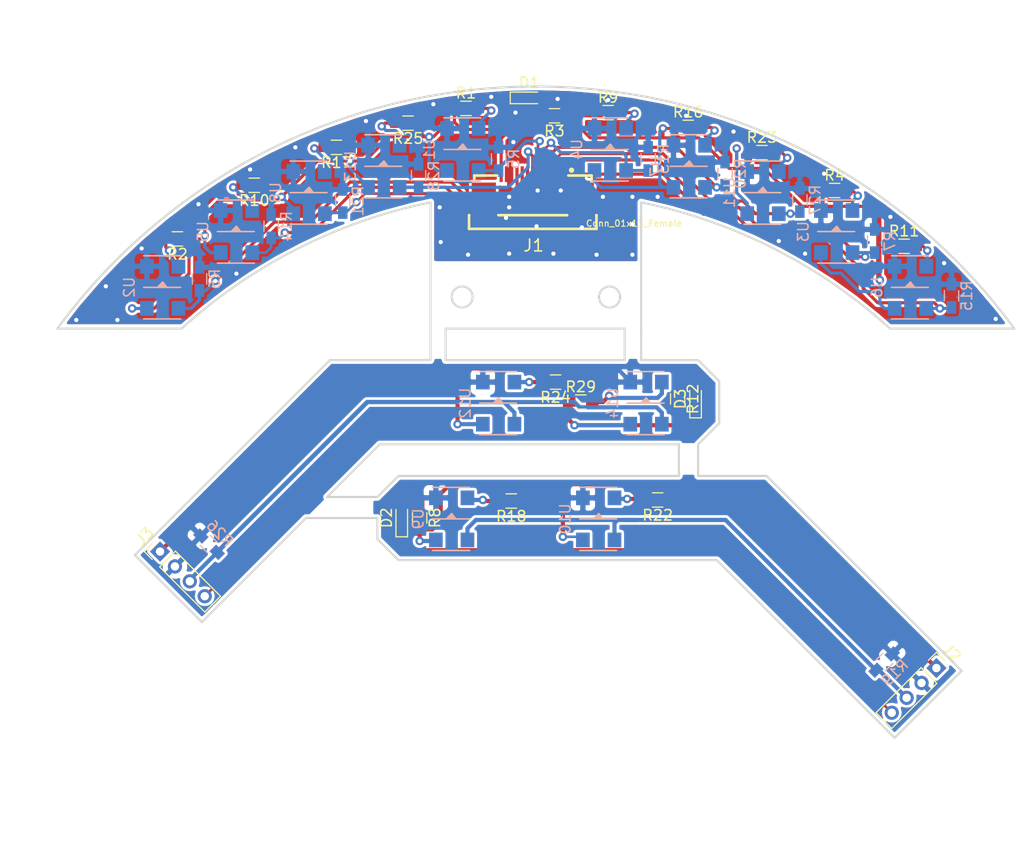
<source format=kicad_pcb>
(kicad_pcb (version 20171130) (host pcbnew "(5.0.0)")
  (layers (0 F.Cu signal) (31 B.Cu signal) (34 B.Paste user) (35 F.Paste user) (36 B.SilkS user) (37 F.SilkS user) (38 B.Mask user) (39 F.Mask user) (44 Edge.Cuts user))
  (net 0 "")
  (net 1 GND)
  (net 2 "Net-(D1-Pad2)")
  (net 3 left_led)
  (net 4 "Net-(D2-Pad2)")
  (net 5 "Net-(D3-Pad2)")
  (net 6 right_led)
  (net 7 +3V3)
  (net 8 AD0)
  (net 9 AD1)
  (net 10 AD2)
  (net 11 AD3)
  (net 12 AD5)
  (net 13 AD6)
  (net 14 AD4)
  (net 15 AD7)
  (net 16 AD8)
  (net 17 AD9)
  (net 18 LEFT_VCC)
  (net 19 LEFT_GND)
  (net 20 left_analog)
  (net 21 right_analog)
  (net 22 RIGHT_GND)
  (net 23 RIGHT_VCC)
  (net 24 "Net-(R1-Pad2)")
  (net 25 "Net-(R2-Pad2)")
  (net 26 "Net-(R4-Pad2)")
  (net 27 "Net-(R9-Pad2)")
  (net 28 "Net-(R10-Pad2)")
  (net 29 "Net-(R11-Pad2)")
  (net 30 "Net-(R16-Pad2)")
  (net 31 "Net-(R17-Pad2)")
  (net 32 "Net-(R18-Pad2)")
  (net 33 "Net-(R22-Pad2)")
  (net 34 "Net-(R23-Pad2)")
  (net 35 "Net-(R24-Pad2)")
  (net 36 "Net-(R25-Pad2)")
  (net 37 "Net-(R29-Pad2)")
  (module Resistors_SMD:R_0603_HandSoldering (layer F.Cu) (at 121.1 83.5 180)
    (fp_text reference R18 (at 0 -1.45 180) (layer F.SilkS))
    (fp_text value 330)
    (pad 2 smd rect (at 1.1 0 180) (size 1.2 0.9) (layers F.Cu F.Paste F.Mask) (net 32 "Net-(R18-Pad2)"))
    (pad 1 smd rect (at -1.1 0 180) (size 1.2 0.9) (layers F.Cu F.Paste F.Mask) (net 18 LEFT_VCC))
  )
  (module LEDs:LED_0603_HandSoldering (layer F.Cu) (at 122.8 45.2)
    (fp_text reference D1 (at 0 -1.45) (layer F.SilkS))
    (fp_text value LED)
    (pad 1 smd rect (at -1.1 0) (size 1.2 0.9) (layers F.Cu F.Paste F.Mask) (net 1 GND))
    (pad 2 smd rect (at 1.1 0) (size 1.2 0.9) (layers F.Cu F.Paste F.Mask) (net 2 "Net-(D1-Pad2)"))
  )
  (module LEDs:LED_0603_HandSoldering (layer F.Cu) (at 110.7 85.1 90)
    (fp_text reference D2 (at 0 -1.45 90) (layer F.SilkS))
    (fp_text value LED)
    (pad 1 smd rect (at -1.1 0 90) (size 1.2 0.9) (layers F.Cu F.Paste F.Mask) (net 3 left_led))
    (pad 2 smd rect (at 1.1 0 90) (size 1.2 0.9) (layers F.Cu F.Paste F.Mask) (net 4 "Net-(D2-Pad2)"))
  )
  (module LEDs:LED_0603_HandSoldering (layer F.Cu) (at 138.6 73.8 90)
    (fp_text reference D3 (at 0 -1.45 90) (layer F.SilkS))
    (fp_text value LED)
    (pad 2 smd rect (at 1.1 0 90) (size 1.2 0.9) (layers F.Cu F.Paste F.Mask) (net 5 "Net-(D3-Pad2)"))
    (pad 1 smd rect (at -1.1 0 90) (size 1.2 0.9) (layers F.Cu F.Paste F.Mask) (net 6 right_led))
  )
  (module mylib:FFC-SMD_13P-P0.50_X05B20U13T (layer F.Cu) (at 123.14 53.72)
    (fp_text reference J1 (at -1 5.5) (layer F.SilkS) (effects (font (size 1.143 1.143) (thickness 0.152)) (justify left)))
    (fp_text value Conn_01x13_Female (at 4.999 3.402) (layer F.SilkS) (effects (font (size 0.6 0.6) (thickness 0.1)) (justify left)))
    (pad 1 smd rect (at 3 -1.275) (size 0.3 1.5) (layers F.Cu F.Paste F.Mask) (net 17 AD9))
    (pad 2 smd rect (at 2.5 -1.275) (size 0.3 1.5) (layers F.Cu F.Paste F.Mask) (net 16 AD8))
    (pad 3 smd rect (at 2 -1.275) (size 0.3 1.5) (layers F.Cu F.Paste F.Mask) (net 15 AD7))
    (pad 4 smd rect (at 1.5 -1.275) (size 0.3 1.5) (layers F.Cu F.Paste F.Mask) (net 13 AD6))
    (pad 5 smd rect (at 1 -1.275) (size 0.3 1.5) (layers F.Cu F.Paste F.Mask) (net 12 AD5))
    (pad 6 smd rect (at 0.5 -1.275) (size 0.3 1.5) (layers F.Cu F.Paste F.Mask) (net 14 AD4))
    (pad 14 smd rect (at -4.65 1.175) (size 2.3 3.3) (layers F.Cu F.Paste F.Mask))
    (pad 15 smd rect (at 4.65 1.175) (size 2.3 3.3) (layers F.Cu F.Paste F.Mask))
    (pad 7 smd rect (at 0 -1.275) (size 0.3 1.5) (layers F.Cu F.Paste F.Mask) (net 11 AD3))
    (pad 9 smd rect (at -1 -1.275) (size 0.3 1.5) (layers F.Cu F.Paste F.Mask) (net 9 AD1))
    (pad 10 smd rect (at -1.5 -1.275) (size 0.3 1.5) (layers F.Cu F.Paste F.Mask) (net 8 AD0))
    (pad 8 smd rect (at -0.5 -1.275) (size 0.3 1.5) (layers F.Cu F.Paste F.Mask) (net 10 AD2))
    (pad 11 smd rect (at -2 -1.275) (size 0.3 1.5) (layers F.Cu F.Paste F.Mask) (net 1 GND))
    (pad 12 smd rect (at -2.5 -1.275) (size 0.3 1.5) (layers F.Cu F.Paste F.Mask) (net 1 GND))
    (pad 13 smd rect (at -3 -1.275) (size 0.3 1.5) (layers F.Cu F.Paste F.Mask) (net 7 +3V3))
  )
  (module Pin_Headers:Pin_Header_Straight_1x04_Pitch2.00mm (layer F.Cu) (at 161.47 99.37 315)
    (fp_text reference J2 (at 0 -2.06 315) (layer F.SilkS))
    (fp_text value Conn_01x04_Female)
    (pad 1 thru_hole rect (at 0 0 315) (size 1.35 1.35) (drill 0.8) (layers *.Cu *.Mask) (net 18 LEFT_VCC))
    (pad 2 thru_hole oval (at 0 2.000001 315) (size 1.35 1.35) (drill 0.8) (layers *.Cu *.Mask) (net 19 LEFT_GND))
    (pad 3 thru_hole oval (at 0 4 315) (size 1.35 1.35) (drill 0.8) (layers *.Cu *.Mask) (net 20 left_analog))
    (pad 4 thru_hole oval (at 0 6 315) (size 1.35 1.35) (drill 0.8) (layers *.Cu *.Mask) (net 3 left_led))
  )
  (module Pin_Headers:Pin_Header_Straight_1x04_Pitch2.00mm (layer F.Cu) (at 87.751573 88.301573 45)
    (fp_text reference J3 (at 0 -2.06 45) (layer F.SilkS))
    (fp_text value Conn_01x04_Female)
    (pad 4 thru_hole oval (at 0 6 45) (size 1.35 1.35) (drill 0.8) (layers *.Cu *.Mask) (net 6 right_led))
    (pad 3 thru_hole oval (at 0 4 45) (size 1.35 1.35) (drill 0.8) (layers *.Cu *.Mask) (net 21 right_analog))
    (pad 2 thru_hole oval (at 0 2.000001 45) (size 1.35 1.35) (drill 0.8) (layers *.Cu *.Mask) (net 22 RIGHT_GND))
    (pad 1 thru_hole rect (at 0 0 45) (size 1.35 1.35) (drill 0.8) (layers *.Cu *.Mask) (net 23 RIGHT_VCC))
  )
  (module Resistors_SMD:R_0603_HandSoldering (layer F.Cu) (at 116.8 46.2)
    (fp_text reference R1 (at 0 -1.45) (layer F.SilkS))
    (fp_text value 330)
    (pad 2 smd rect (at 1.1 0) (size 1.2 0.9) (layers F.Cu F.Paste F.Mask) (net 24 "Net-(R1-Pad2)"))
    (pad 1 smd rect (at -1.1 0) (size 1.2 0.9) (layers F.Cu F.Paste F.Mask) (net 7 +3V3))
  )
  (module Resistors_SMD:R_0603_HandSoldering (layer F.Cu) (at 89.4 58.6 180)
    (fp_text reference R2 (at 0 -1.45 180) (layer F.SilkS))
    (fp_text value 330)
    (pad 2 smd rect (at 1.1 0 180) (size 1.2 0.9) (layers F.Cu F.Paste F.Mask) (net 25 "Net-(R2-Pad2)"))
    (pad 1 smd rect (at -1.1 0 180) (size 1.2 0.9) (layers F.Cu F.Paste F.Mask) (net 7 +3V3))
  )
  (module Resistors_SMD:R_0603_HandSoldering (layer F.Cu) (at 125.2 46.9 180)
    (fp_text reference R3 (at 0 -1.45 180) (layer F.SilkS))
    (fp_text value 1k)
    (pad 1 smd rect (at -1.1 0 180) (size 1.2 0.9) (layers F.Cu F.Paste F.Mask) (net 7 +3V3))
    (pad 2 smd rect (at 1.1 0 180) (size 1.2 0.9) (layers F.Cu F.Paste F.Mask) (net 2 "Net-(D1-Pad2)"))
  )
  (module Resistors_SMD:R_0603_HandSoldering (layer F.Cu) (at 151.8 54)
    (fp_text reference R4 (at 0 -1.45) (layer F.SilkS))
    (fp_text value 330)
    (pad 1 smd rect (at -1.1 0) (size 1.2 0.9) (layers F.Cu F.Paste F.Mask) (net 7 +3V3))
    (pad 2 smd rect (at 1.1 0) (size 1.2 0.9) (layers F.Cu F.Paste F.Mask) (net 26 "Net-(R4-Pad2)"))
  )
  (module Resistors_SMD:R_0603_HandSoldering (layer B.Cu) (at 119.9 51 90)
    (fp_text reference R5 (at 0 1.45 90) (layer B.SilkS) (effects (justify mirror)))
    (fp_text value 1k)
    (pad 1 smd rect (at -1.1 0 90) (size 1.2 0.9) (layers B.Cu B.Paste B.Mask) (net 14 AD4))
    (pad 2 smd rect (at 1.1 0 90) (size 1.2 0.9) (layers B.Cu B.Paste B.Mask) (net 1 GND))
  )
  (module Resistors_SMD:R_0603_HandSoldering (layer B.Cu) (at 91.5 62.4 90)
    (fp_text reference R6 (at 0 1.45 90) (layer B.SilkS) (effects (justify mirror)))
    (fp_text value 1k)
    (pad 2 smd rect (at 1.1 0 90) (size 1.2 0.9) (layers B.Cu B.Paste B.Mask) (net 1 GND))
    (pad 1 smd rect (at -1.1 0 90) (size 1.2 0.9) (layers B.Cu B.Paste B.Mask) (net 8 AD0))
  )
  (module Resistors_SMD:R_0603_HandSoldering (layer B.Cu) (at 155.6 58.8 90)
    (fp_text reference R7 (at 0 1.45 90) (layer B.SilkS) (effects (justify mirror)))
    (fp_text value 1k)
    (pad 1 smd rect (at -1.1 0 90) (size 1.2 0.9) (layers B.Cu B.Paste B.Mask) (net 16 AD8))
    (pad 2 smd rect (at 1.1 0 90) (size 1.2 0.9) (layers B.Cu B.Paste B.Mask) (net 1 GND))
  )
  (module Resistors_SMD:R_0603_HandSoldering (layer F.Cu) (at 112.4 85.1 270)
    (fp_text reference R8 (at 0 -1.45 270) (layer F.SilkS))
    (fp_text value 1k)
    (pad 1 smd rect (at -1.1 0 270) (size 1.2 0.9) (layers F.Cu F.Paste F.Mask) (net 4 "Net-(D2-Pad2)"))
    (pad 2 smd rect (at 1.1 0 270) (size 1.2 0.9) (layers F.Cu F.Paste F.Mask) (net 18 LEFT_VCC))
  )
  (module Resistors_SMD:R_0603_HandSoldering (layer F.Cu) (at 130.3 46.6)
    (fp_text reference R9 (at 0 -1.45) (layer F.SilkS))
    (fp_text value 330)
    (pad 2 smd rect (at 1.1 0) (size 1.2 0.9) (layers F.Cu F.Paste F.Mask) (net 27 "Net-(R9-Pad2)"))
    (pad 1 smd rect (at -1.1 0) (size 1.2 0.9) (layers F.Cu F.Paste F.Mask) (net 7 +3V3))
  )
  (module Resistors_SMD:R_0603_HandSoldering (layer F.Cu) (at 96.7 53.5 180)
    (fp_text reference R10 (at 0 -1.45 180) (layer F.SilkS))
    (fp_text value 330)
    (pad 2 smd rect (at 1.1 0 180) (size 1.2 0.9) (layers F.Cu F.Paste F.Mask) (net 28 "Net-(R10-Pad2)"))
    (pad 1 smd rect (at -1.1 0 180) (size 1.2 0.9) (layers F.Cu F.Paste F.Mask) (net 7 +3V3))
  )
  (module Resistors_SMD:R_0603_HandSoldering (layer F.Cu) (at 158.4 59.3)
    (fp_text reference R11 (at 0 -1.45) (layer F.SilkS))
    (fp_text value 330)
    (pad 2 smd rect (at 1.1 0) (size 1.2 0.9) (layers F.Cu F.Paste F.Mask) (net 29 "Net-(R11-Pad2)"))
    (pad 1 smd rect (at -1.1 0) (size 1.2 0.9) (layers F.Cu F.Paste F.Mask) (net 7 +3V3))
  )
  (module Resistors_SMD:R_0603_HandSoldering (layer F.Cu) (at 136.9 73.8 270)
    (fp_text reference R12 (at 0 -1.45 270) (layer F.SilkS))
    (fp_text value 1k)
    (pad 1 smd rect (at -1.1 0 270) (size 1.2 0.9) (layers F.Cu F.Paste F.Mask) (net 5 "Net-(D3-Pad2)"))
    (pad 2 smd rect (at 1.1 0 270) (size 1.2 0.9) (layers F.Cu F.Paste F.Mask) (net 23 RIGHT_VCC))
  )
  (module Resistors_SMD:R_0603_HandSoldering (layer B.Cu) (at 134.1 51 90)
    (fp_text reference R13 (at 0 1.45 90) (layer B.SilkS) (effects (justify mirror)))
    (fp_text value 1k)
    (pad 1 smd rect (at -1.1 0 90) (size 1.2 0.9) (layers B.Cu B.Paste B.Mask) (net 12 AD5))
    (pad 2 smd rect (at 1.1 0 90) (size 1.2 0.9) (layers B.Cu B.Paste B.Mask) (net 1 GND))
  )
  (module Resistors_SMD:R_0603_HandSoldering (layer B.Cu) (at 98.3 57.4 90)
    (fp_text reference R14 (at 0 1.45 90) (layer B.SilkS) (effects (justify mirror)))
    (fp_text value 1k)
    (pad 1 smd rect (at -1.1 0 90) (size 1.2 0.9) (layers B.Cu B.Paste B.Mask) (net 9 AD1))
    (pad 2 smd rect (at 1.1 0 90) (size 1.2 0.9) (layers B.Cu B.Paste B.Mask) (net 1 GND))
  )
  (module Resistors_SMD:R_0603_HandSoldering (layer B.Cu) (at 162.9 64 90)
    (fp_text reference R15 (at 0 1.45 90) (layer B.SilkS) (effects (justify mirror)))
    (fp_text value 1k)
    (pad 2 smd rect (at 1.1 0 90) (size 1.2 0.9) (layers B.Cu B.Paste B.Mask) (net 1 GND))
    (pad 1 smd rect (at -1.1 0 90) (size 1.2 0.9) (layers B.Cu B.Paste B.Mask) (net 17 AD9))
  )
  (module Resistors_SMD:R_0603_HandSoldering (layer F.Cu) (at 137.9 48)
    (fp_text reference R16 (at 0 -1.45) (layer F.SilkS))
    (fp_text value 330)
    (pad 2 smd rect (at 1.1 0) (size 1.2 0.9) (layers F.Cu F.Paste F.Mask) (net 30 "Net-(R16-Pad2)"))
    (pad 1 smd rect (at -1.1 0) (size 1.2 0.9) (layers F.Cu F.Paste F.Mask) (net 7 +3V3))
  )
  (module Resistors_SMD:R_0603_HandSoldering (layer F.Cu) (at 104.5 49.9 180)
    (fp_text reference R17 (at 0 -1.45 180) (layer F.SilkS))
    (fp_text value 330)
    (pad 2 smd rect (at 1.1 0 180) (size 1.2 0.9) (layers F.Cu F.Paste F.Mask) (net 31 "Net-(R17-Pad2)"))
    (pad 1 smd rect (at -1.1 0 180) (size 1.2 0.9) (layers F.Cu F.Paste F.Mask) (net 7 +3V3))
  )
  (module Resistors_SMD:R_0603_HandSoldering (layer B.Cu) (at 156.5 98.8 45)
    (fp_text reference R19 (at 0 1.45 45) (layer B.SilkS) (effects (justify mirror)))
    (fp_text value 1k)
    (pad 1 smd rect (at -1.099999 0 45) (size 1.2 0.9) (layers B.Cu B.Paste B.Mask) (net 20 left_analog))
    (pad 2 smd rect (at 1.099999 0 45) (size 1.2 0.9) (layers B.Cu B.Paste B.Mask) (net 19 LEFT_GND))
  )
  (module Resistors_SMD:R_0603_HandSoldering (layer B.Cu) (at 141.4 52.4 90)
    (fp_text reference R20 (at 0 1.45 90) (layer B.SilkS) (effects (justify mirror)))
    (fp_text value 1k)
    (pad 1 smd rect (at -1.1 0 90) (size 1.2 0.9) (layers B.Cu B.Paste B.Mask) (net 13 AD6))
    (pad 2 smd rect (at 1.1 0 90) (size 1.2 0.9) (layers B.Cu B.Paste B.Mask) (net 1 GND))
  )
  (module Resistors_SMD:R_0603_HandSoldering (layer B.Cu) (at 105.1 55 90)
    (fp_text reference R21 (at 0 1.45 90) (layer B.SilkS) (effects (justify mirror)))
    (fp_text value 1k)
    (pad 1 smd rect (at -1.1 0 90) (size 1.2 0.9) (layers B.Cu B.Paste B.Mask) (net 10 AD2))
    (pad 2 smd rect (at 1.1 0 90) (size 1.2 0.9) (layers B.Cu B.Paste B.Mask) (net 1 GND))
  )
  (module Resistors_SMD:R_0603_HandSoldering (layer F.Cu) (at 135 83.4 180)
    (fp_text reference R22 (at 0 -1.45 180) (layer F.SilkS))
    (fp_text value 330)
    (pad 2 smd rect (at 1.1 0 180) (size 1.2 0.9) (layers F.Cu F.Paste F.Mask) (net 33 "Net-(R22-Pad2)"))
    (pad 1 smd rect (at -1.1 0 180) (size 1.2 0.9) (layers F.Cu F.Paste F.Mask) (net 18 LEFT_VCC))
  )
  (module Resistors_SMD:R_0603_HandSoldering (layer F.Cu) (at 144.9 50.4)
    (fp_text reference R23 (at 0 -1.45) (layer F.SilkS))
    (fp_text value 330)
    (pad 2 smd rect (at 1.1 0) (size 1.2 0.9) (layers F.Cu F.Paste F.Mask) (net 34 "Net-(R23-Pad2)"))
    (pad 1 smd rect (at -1.1 0) (size 1.2 0.9) (layers F.Cu F.Paste F.Mask) (net 7 +3V3))
  )
  (module Resistors_SMD:R_0603_HandSoldering (layer F.Cu) (at 125.3 72.2 180)
    (fp_text reference R24 (at 0 -1.45 180) (layer F.SilkS))
    (fp_text value 330)
    (pad 1 smd rect (at -1.1 0 180) (size 1.2 0.9) (layers F.Cu F.Paste F.Mask) (net 23 RIGHT_VCC))
    (pad 2 smd rect (at 1.1 0 180) (size 1.2 0.9) (layers F.Cu F.Paste F.Mask) (net 35 "Net-(R24-Pad2)"))
  )
  (module Resistors_SMD:R_0603_HandSoldering (layer F.Cu) (at 111.3 47.6 180)
    (fp_text reference R25 (at 0 -1.45 180) (layer F.SilkS))
    (fp_text value 330)
    (pad 1 smd rect (at -1.1 0 180) (size 1.2 0.9) (layers F.Cu F.Paste F.Mask) (net 7 +3V3))
    (pad 2 smd rect (at 1.1 0 180) (size 1.2 0.9) (layers F.Cu F.Paste F.Mask) (net 36 "Net-(R25-Pad2)"))
  )
  (module Resistors_SMD:R_0603_HandSoldering (layer B.Cu) (at 92.4 87.6 135)
    (fp_text reference R26 (at 0 1.45 135) (layer B.SilkS) (effects (justify mirror)))
    (fp_text value 1k)
    (pad 2 smd rect (at 1.099999 0 135) (size 1.2 0.9) (layers B.Cu B.Paste B.Mask) (net 22 RIGHT_GND))
    (pad 1 smd rect (at -1.099999 0 135) (size 1.2 0.9) (layers B.Cu B.Paste B.Mask) (net 21 right_analog))
  )
  (module Resistors_SMD:R_0603_HandSoldering (layer B.Cu) (at 148.5 54.9 90)
    (fp_text reference R27 (at 0 1.45 90) (layer B.SilkS) (effects (justify mirror)))
    (fp_text value 1k)
    (pad 1 smd rect (at -1.1 0 90) (size 1.2 0.9) (layers B.Cu B.Paste B.Mask) (net 15 AD7))
    (pad 2 smd rect (at 1.1 0 90) (size 1.2 0.9) (layers B.Cu B.Paste B.Mask) (net 1 GND))
  )
  (module Resistors_SMD:R_0603_HandSoldering (layer B.Cu) (at 112.3 52.6 90)
    (fp_text reference R28 (at 0 1.45 90) (layer B.SilkS) (effects (justify mirror)))
    (fp_text value 1k)
    (pad 1 smd rect (at -1.1 0 90) (size 1.2 0.9) (layers B.Cu B.Paste B.Mask) (net 11 AD3))
    (pad 2 smd rect (at 1.1 0 90) (size 1.2 0.9) (layers B.Cu B.Paste B.Mask) (net 1 GND))
  )
  (module Resistors_SMD:R_0603_HandSoldering (layer F.Cu) (at 127.7 74.1)
    (fp_text reference R29 (at 0 -1.45) (layer F.SilkS))
    (fp_text value 330)
    (pad 2 smd rect (at 1.1 0) (size 1.2 0.9) (layers F.Cu F.Paste F.Mask) (net 37 "Net-(R29-Pad2)"))
    (pad 1 smd rect (at -1.1 0) (size 1.2 0.9) (layers F.Cu F.Paste F.Mask) (net 23 RIGHT_VCC))
  )
  (module mylib:GP2S700HCP (layer B.Cu) (at 116.5 50.1 90)
    (fp_text reference U1 (at 0 -3.175 90) (layer B.SilkS) (effects (justify mirror)))
    (fp_text value GP2S700HCP)
    (pad 2 smd rect (at -2 -1.5 90) (size 1.4 1.3) (layers B.Cu B.Paste B.Mask) (net 7 +3V3))
    (pad 3 smd rect (at 2 -1.5 90) (size 1.4 1.3) (layers B.Cu B.Paste B.Mask) (net 1 GND))
    (pad 4 smd rect (at 2 1.5 90) (size 1.4 1.3) (layers B.Cu B.Paste B.Mask) (net 24 "Net-(R1-Pad2)"))
    (pad 1 smd rect (at -2 1.5 90) (size 1.4 1.3) (layers B.Cu B.Paste B.Mask) (net 14 AD4))
  )
  (module mylib:GP2S700HCP (layer B.Cu) (at 88 63.2 90)
    (fp_text reference U2 (at 0 -3.175 90) (layer B.SilkS) (effects (justify mirror)))
    (fp_text value GP2S700HCP)
    (pad 2 smd rect (at -2 -1.5 90) (size 1.4 1.3) (layers B.Cu B.Paste B.Mask) (net 7 +3V3))
    (pad 3 smd rect (at 2 -1.5 90) (size 1.4 1.3) (layers B.Cu B.Paste B.Mask) (net 1 GND))
    (pad 4 smd rect (at 2 1.5 90) (size 1.4 1.3) (layers B.Cu B.Paste B.Mask) (net 25 "Net-(R2-Pad2)"))
    (pad 1 smd rect (at -2 1.5 90) (size 1.4 1.3) (layers B.Cu B.Paste B.Mask) (net 8 AD0))
  )
  (module mylib:GP2S700HCP (layer B.Cu) (at 152 57.9 90)
    (fp_text reference U3 (at 0 -3.175 90) (layer B.SilkS) (effects (justify mirror)))
    (fp_text value GP2S700HCP)
    (pad 2 smd rect (at -2 -1.5 90) (size 1.4 1.3) (layers B.Cu B.Paste B.Mask) (net 7 +3V3))
    (pad 3 smd rect (at 2 -1.5 90) (size 1.4 1.3) (layers B.Cu B.Paste B.Mask) (net 1 GND))
    (pad 4 smd rect (at 2 1.5 90) (size 1.4 1.3) (layers B.Cu B.Paste B.Mask) (net 26 "Net-(R4-Pad2)"))
    (pad 1 smd rect (at -2 1.5 90) (size 1.4 1.3) (layers B.Cu B.Paste B.Mask) (net 16 AD8))
  )
  (module mylib:GP2S700HCP (layer B.Cu) (at 130.5 50.1 90)
    (fp_text reference U4 (at 0 -3.175 90) (layer B.SilkS) (effects (justify mirror)))
    (fp_text value GP2S700HCP)
    (pad 1 smd rect (at -2 1.5 90) (size 1.4 1.3) (layers B.Cu B.Paste B.Mask) (net 12 AD5))
    (pad 4 smd rect (at 2 1.5 90) (size 1.4 1.3) (layers B.Cu B.Paste B.Mask) (net 27 "Net-(R9-Pad2)"))
    (pad 3 smd rect (at 2 -1.5 90) (size 1.4 1.3) (layers B.Cu B.Paste B.Mask) (net 1 GND))
    (pad 2 smd rect (at -2 -1.5 90) (size 1.4 1.3) (layers B.Cu B.Paste B.Mask) (net 7 +3V3))
  )
  (module mylib:GP2S700HCP (layer B.Cu) (at 95 57.9 90)
    (fp_text reference U5 (at 0 -3.175 90) (layer B.SilkS) (effects (justify mirror)))
    (fp_text value GP2S700HCP)
    (pad 1 smd rect (at -2 1.5 90) (size 1.4 1.3) (layers B.Cu B.Paste B.Mask) (net 9 AD1))
    (pad 4 smd rect (at 2 1.5 90) (size 1.4 1.3) (layers B.Cu B.Paste B.Mask) (net 28 "Net-(R10-Pad2)"))
    (pad 3 smd rect (at 2 -1.5 90) (size 1.4 1.3) (layers B.Cu B.Paste B.Mask) (net 1 GND))
    (pad 2 smd rect (at -2 -1.5 90) (size 1.4 1.3) (layers B.Cu B.Paste B.Mask) (net 7 +3V3))
  )
  (module mylib:GP2S700HCP (layer B.Cu) (at 159 63.2 90)
    (fp_text reference U6 (at 0 -3.175 90) (layer B.SilkS) (effects (justify mirror)))
    (fp_text value GP2S700HCP)
    (pad 1 smd rect (at -2 1.5 90) (size 1.4 1.3) (layers B.Cu B.Paste B.Mask) (net 17 AD9))
    (pad 4 smd rect (at 2 1.5 90) (size 1.4 1.3) (layers B.Cu B.Paste B.Mask) (net 29 "Net-(R11-Pad2)"))
    (pad 3 smd rect (at 2 -1.5 90) (size 1.4 1.3) (layers B.Cu B.Paste B.Mask) (net 1 GND))
    (pad 2 smd rect (at -2 -1.5 90) (size 1.4 1.3) (layers B.Cu B.Paste B.Mask) (net 7 +3V3))
  )
  (module mylib:GP2S700HCP (layer B.Cu) (at 138 51.7 90)
    (fp_text reference U7 (at 0 -3.175 90) (layer B.SilkS) (effects (justify mirror)))
    (fp_text value GP2S700HCP)
    (pad 1 smd rect (at -2 1.5 90) (size 1.4 1.3) (layers B.Cu B.Paste B.Mask) (net 13 AD6))
    (pad 4 smd rect (at 2 1.5 90) (size 1.4 1.3) (layers B.Cu B.Paste B.Mask) (net 30 "Net-(R16-Pad2)"))
    (pad 3 smd rect (at 2 -1.5 90) (size 1.4 1.3) (layers B.Cu B.Paste B.Mask) (net 1 GND))
    (pad 2 smd rect (at -2 -1.5 90) (size 1.4 1.3) (layers B.Cu B.Paste B.Mask) (net 7 +3V3))
  )
  (module mylib:GP2S700HCP (layer B.Cu) (at 101.9 54.2 90)
    (fp_text reference U8 (at 0 -3.175 90) (layer B.SilkS) (effects (justify mirror)))
    (fp_text value GP2S700HCP)
    (pad 2 smd rect (at -2 -1.5 90) (size 1.4 1.3) (layers B.Cu B.Paste B.Mask) (net 7 +3V3))
    (pad 3 smd rect (at 2 -1.5 90) (size 1.4 1.3) (layers B.Cu B.Paste B.Mask) (net 1 GND))
    (pad 4 smd rect (at 2 1.5 90) (size 1.4 1.3) (layers B.Cu B.Paste B.Mask) (net 31 "Net-(R17-Pad2)"))
    (pad 1 smd rect (at -2 1.5 90) (size 1.4 1.3) (layers B.Cu B.Paste B.Mask) (net 10 AD2))
  )
  (module mylib:GP2S700HCP (layer B.Cu) (at 115.44 85.2 90)
    (fp_text reference U9 (at 0 -3.175 90) (layer B.SilkS) (effects (justify mirror)))
    (fp_text value GP2S700HCP)
    (pad 1 smd rect (at -2 1.5 90) (size 1.4 1.3) (layers B.Cu B.Paste B.Mask) (net 20 left_analog))
    (pad 4 smd rect (at 2 1.5 90) (size 1.4 1.3) (layers B.Cu B.Paste B.Mask) (net 32 "Net-(R18-Pad2)"))
    (pad 3 smd rect (at 2 -1.5 90) (size 1.4 1.3) (layers B.Cu B.Paste B.Mask) (net 19 LEFT_GND))
    (pad 2 smd rect (at -2 -1.5 90) (size 1.4 1.3) (layers B.Cu B.Paste B.Mask) (net 18 LEFT_VCC))
  )
  (module mylib:GP2S700HCP (layer B.Cu) (at 129.4 85.2 90)
    (fp_text reference U10 (at 0 -3.175 90) (layer B.SilkS) (effects (justify mirror)))
    (fp_text value GP2S700HCP)
    (pad 2 smd rect (at -2 -1.5 90) (size 1.4 1.3) (layers B.Cu B.Paste B.Mask) (net 18 LEFT_VCC))
    (pad 3 smd rect (at 2 -1.5 90) (size 1.4 1.3) (layers B.Cu B.Paste B.Mask) (net 19 LEFT_GND))
    (pad 4 smd rect (at 2 1.5 90) (size 1.4 1.3) (layers B.Cu B.Paste B.Mask) (net 33 "Net-(R22-Pad2)"))
    (pad 1 smd rect (at -2 1.5 90) (size 1.4 1.3) (layers B.Cu B.Paste B.Mask) (net 20 left_analog))
  )
  (module mylib:GP2S700HCP (layer B.Cu) (at 145 54.2 90)
    (fp_text reference U11 (at 0 -3.175 90) (layer B.SilkS) (effects (justify mirror)))
    (fp_text value GP2S700HCP)
    (pad 2 smd rect (at -2 -1.5 90) (size 1.4 1.3) (layers B.Cu B.Paste B.Mask) (net 7 +3V3))
    (pad 3 smd rect (at 2 -1.5 90) (size 1.4 1.3) (layers B.Cu B.Paste B.Mask) (net 1 GND))
    (pad 4 smd rect (at 2 1.5 90) (size 1.4 1.3) (layers B.Cu B.Paste B.Mask) (net 34 "Net-(R23-Pad2)"))
    (pad 1 smd rect (at -2 1.5 90) (size 1.4 1.3) (layers B.Cu B.Paste B.Mask) (net 15 AD7))
  )
  (module mylib:GP2S700HCP (layer B.Cu) (at 119.9 74.2 90)
    (fp_text reference U12 (at 0 -3.175 90) (layer B.SilkS) (effects (justify mirror)))
    (fp_text value GP2S700HCP)
    (pad 2 smd rect (at -2 -1.5 90) (size 1.4 1.3) (layers B.Cu B.Paste B.Mask) (net 23 RIGHT_VCC))
    (pad 3 smd rect (at 2 -1.5 90) (size 1.4 1.3) (layers B.Cu B.Paste B.Mask) (net 22 RIGHT_GND))
    (pad 4 smd rect (at 2 1.5 90) (size 1.4 1.3) (layers B.Cu B.Paste B.Mask) (net 35 "Net-(R24-Pad2)"))
    (pad 1 smd rect (at -2 1.5 90) (size 1.4 1.3) (layers B.Cu B.Paste B.Mask) (net 21 right_analog))
  )
  (module mylib:GP2S700HCP (layer B.Cu) (at 109 51.7 90)
    (fp_text reference U13 (at 0 -3.175 90) (layer B.SilkS) (effects (justify mirror)))
    (fp_text value GP2S700HCP)
    (pad 1 smd rect (at -2 1.5 90) (size 1.4 1.3) (layers B.Cu B.Paste B.Mask) (net 11 AD3))
    (pad 4 smd rect (at 2 1.5 90) (size 1.4 1.3) (layers B.Cu B.Paste B.Mask) (net 36 "Net-(R25-Pad2)"))
    (pad 3 smd rect (at 2 -1.5 90) (size 1.4 1.3) (layers B.Cu B.Paste B.Mask) (net 1 GND))
    (pad 2 smd rect (at -2 -1.5 90) (size 1.4 1.3) (layers B.Cu B.Paste B.Mask) (net 7 +3V3))
  )
  (module mylib:GP2S700HCP (layer B.Cu) (at 133.9 74.2 90)
    (fp_text reference U14 (at 0 -3.175 90) (layer B.SilkS) (effects (justify mirror)))
    (fp_text value GP2S700HCP)
    (pad 1 smd rect (at -2 1.5 90) (size 1.4 1.3) (layers B.Cu B.Paste B.Mask) (net 21 right_analog))
    (pad 4 smd rect (at 2 1.5 90) (size 1.4 1.3) (layers B.Cu B.Paste B.Mask) (net 37 "Net-(R29-Pad2)"))
    (pad 3 smd rect (at 2 -1.5 90) (size 1.4 1.3) (layers B.Cu B.Paste B.Mask) (net 22 RIGHT_GND))
    (pad 2 smd rect (at -2 -1.5 90) (size 1.4 1.3) (layers B.Cu B.Paste B.Mask) (net 23 RIGHT_VCC))
  )
  (gr_line (start 114.865816 67.117913) (end 114.865816 70.117913) (layer Edge.Cuts) (width 0.2))
  (gr_line (start 110.383942 89.117913) (end 140.619768 89.117913) (layer Edge.Cuts) (width 0.2))
  (gr_line (start 110.383942 89.117913) (end 108.383942 87.117913) (layer Edge.Cuts) (width 0.2))
  (gr_line (start 137.012215 78.117913) (end 137.012215 81.117913) (layer Edge.Cuts) (width 0.2))
  (gr_line (start 113.432908 67.117913) (end 113.432908 70.117913) (layer Edge.Cuts) (width 0.2))
  (gr_line (start 108.383942 85.117913) (end 101.606711 85.117913) (layer Edge.Cuts) (width 0.2))
  (gr_line (start 108.383942 83.117913) (end 110.383942 81.117913) (layer Edge.Cuts) (width 0.2))
  (gr_line (start 108.383942 85.117913) (end 108.383942 87.117913) (layer Edge.Cuts) (width 0.2))
  (gr_line (start 85.360662 88.636039) (end 103.878789 70.117913) (layer Edge.Cuts) (width 0.2))
  (gr_line (start 91.724623 95) (end 101.606711 85.117913) (layer Edge.Cuts) (width 0.2))
  (gr_line (start 110.383942 81.117913) (end 137.012215 81.117913) (layer Edge.Cuts) (width 0.2))
  (gr_line (start 91.724623 95) (end 85.360662 88.636039) (layer Edge.Cuts) (width 0.2))
  (gr_line (start 140.842536 72.117913) (end 138.842536 70.117913) (layer Edge.Cuts) (width 0.2))
  (gr_line (start 138.842536 78.117913) (end 140.842536 76.117913) (layer Edge.Cuts) (width 0.2))
  (gr_line (start 163.865816 99.636039) (end 145.34769 81.117913) (layer Edge.Cuts) (width 0.2))
  (gr_line (start 131.865816 67.117913) (end 131.865816 70.117913) (layer Edge.Cuts) (width 0.2))
  (gr_line (start 113.432908 70.117913) (end 103.878789 70.117913) (layer Edge.Cuts) (width 0.2))
  (gr_line (start 140.842536 72.117913) (end 140.842536 76.117913) (layer Edge.Cuts) (width 0.2))
  (gr_line (start 157.501855 106) (end 140.619768 89.117913) (layer Edge.Cuts) (width 0.2))
  (gr_line (start 157.501855 106) (end 163.865816 99.636039) (layer Edge.Cuts) (width 0.2))
  (gr_line (start 137.012215 78.117913) (end 108.606711 78.117913) (layer Edge.Cuts) (width 0.2))
  (gr_line (start 133.432908 67.117913) (end 133.432908 70.117913) (layer Edge.Cuts) (width 0.2))
  (gr_line (start 108.383942 83.117913) (end 103.606711 83.117913) (layer Edge.Cuts) (width 0.2))
  (gr_line (start 138.842536 78.117913) (end 138.842536 81.117913) (layer Edge.Cuts) (width 0.2))
  (gr_circle (center 130.432908 64.117913) (end 131.432908 64.117913) (layer Edge.Cuts) (width 0.2))
  (gr_arc (start 123.432908 104.117913) (end 157.063251 67.117913) (angle -30.7) (layer Edge.Cuts) (width 0.2))
  (gr_line (start 113.432908 67.117913) (end 113.432908 55.128118) (layer Edge.Cuts) (width 0.2))
  (gr_circle (center 116.432908 64.117913) (end 117.432908 64.117913) (layer Edge.Cuts) (width 0.2))
  (gr_line (start 89.802564 67.117913) (end 78 67.117913) (layer Edge.Cuts) (width 0.2))
  (gr_line (start 133.432908 67.117913) (end 133.432908 55.128118) (layer Edge.Cuts) (width 0.2))
  (gr_line (start 114.865816 67.117913) (end 131.865816 67.117913) (layer Edge.Cuts) (width 0.2))
  (gr_line (start 157.063251 67.117913) (end 168.865816 67.117913) (layer Edge.Cuts) (width 0.2))
  (gr_arc (start 123.432908 100.49072) (end 168.865816 67.117913) (angle -107.4) (layer Edge.Cuts) (width 0.2))
  (gr_arc (start 123.432908 104.117913) (end 113.432908 55.128118) (angle -30.7) (layer Edge.Cuts) (width 0.2))
  (gr_line (start 114.865816 70.117913) (end 131.865816 70.117913) (layer Edge.Cuts) (width 0.2))
  (gr_line (start 133.432908 70.117913) (end 138.842536 70.117913) (layer Edge.Cuts) (width 0.2))
  (gr_line (start 138.842536 81.117913) (end 145.34769 81.117913) (layer Edge.Cuts) (width 0.2))
  (gr_line (start 103.606711 83.117913) (end 108.606711 78.117913) (layer Edge.Cuts) (width 0.2))
  (segment (start 120.9 52.445) (end 121.14 52.445) (width 0.3) (layer F.Cu) (net 1))
  (segment (start 120.64 52.445) (end 120.9 52.445) (width 0.3) (layer F.Cu) (net 1))
  (segment (start 162.9 62.9) (end 158.1 62.9) (width 0.3) (layer B.Cu) (net 1))
  (segment (start 157.5 62.3) (end 157.5 61.2) (width 0.3) (layer B.Cu) (net 1))
  (segment (start 158.1 62.9) (end 157.5 62.3) (width 0.3) (layer B.Cu) (net 1))
  (via (at 121.5 46.6) (size 0.8) (drill 0.4) (layers F.Cu B.Cu) (net 1))
  (segment (start 121.7 45.2) (end 121.7 46.4) (width 0.4) (layer F.Cu) (net 1))
  (segment (start 121.7 46.4) (end 121.5 46.6) (width 0.4) (layer F.Cu) (net 1))
  (via (at 121.3 49.4) (size 0.8) (drill 0.4) (layers F.Cu B.Cu) (net 1))
  (segment (start 121.5 46.6) (end 121.5 49.2) (width 0.4) (layer B.Cu) (net 1))
  (segment (start 121.5 49.2) (end 121.3 49.4) (width 0.4) (layer B.Cu) (net 1))
  (segment (start 120.900001 49.799999) (end 121.3 49.4) (width 0.4) (layer F.Cu) (net 1))
  (segment (start 120.9 52.445) (end 120.900001 49.799999) (width 0.4) (layer F.Cu) (net 1))
  (via (at 120.6 56.6) (size 0.8) (drill 0.4) (layers F.Cu B.Cu) (net 1))
  (segment (start 120.9 52.445) (end 120.9 54.6) (width 0.4) (layer F.Cu) (net 1))
  (segment (start 120.9 56.3) (end 120.6 56.6) (width 0.4) (layer F.Cu) (net 1))
  (segment (start 120.9 54.6) (end 120.9 55.6) (width 0.4) (layer F.Cu) (net 1))
  (via (at 120.9 54.6) (size 0.8) (drill 0.4) (layers F.Cu B.Cu) (net 1))
  (segment (start 120.9 55.6) (end 120.9 56.3) (width 0.4) (layer F.Cu) (net 1))
  (via (at 120.9 55.6) (size 0.8) (drill 0.4) (layers F.Cu B.Cu) (net 1))
  (via (at 132.6 54.6) (size 0.8) (drill 0.4) (layers F.Cu B.Cu) (net 1))
  (via (at 129.8 54.6) (size 0.8) (drill 0.4) (layers F.Cu B.Cu) (net 1))
  (via (at 125.8 54) (size 0.8) (drill 0.4) (layers F.Cu B.Cu) (net 1))
  (via (at 123.6 54) (size 0.8) (drill 0.4) (layers F.Cu B.Cu) (net 1))
  (via (at 123.5 57.4) (size 0.8) (drill 0.4) (layers F.Cu B.Cu) (net 1))
  (via (at 135 54.6) (size 0.8) (drill 0.4) (layers F.Cu B.Cu) (net 1))
  (via (at 125.5 45.3) (size 0.8) (drill 0.4) (layers F.Cu B.Cu) (net 1))
  (via (at 150.8 52.4) (size 0.8) (drill 0.4) (layers F.Cu B.Cu) (net 1))
  (via (at 167.1 66.2) (size 0.8) (drill 0.4) (layers F.Cu B.Cu) (net 1))
  (via (at 146.5 58.8) (size 0.8) (drill 0.4) (layers F.Cu B.Cu) (net 1))
  (via (at 149 60) (size 0.8) (drill 0.4) (layers F.Cu B.Cu) (net 1))
  (via (at 157.1 56.5) (size 0.8) (drill 0.4) (layers F.Cu B.Cu) (net 1))
  (via (at 162.2 60.9) (size 0.8) (drill 0.4) (layers F.Cu B.Cu) (net 1))
  (via (at 142.2 48.4) (size 0.8) (drill 0.4) (layers F.Cu B.Cu) (net 1))
  (via (at 137.7 46.9) (size 0.8) (drill 0.4) (layers F.Cu B.Cu) (net 1))
  (via (at 130.3 45.4) (size 0.8) (drill 0.4) (layers F.Cu B.Cu) (net 1))
  (via (at 119.2 45.1) (size 0.8) (drill 0.4) (layers F.Cu B.Cu) (net 1))
  (via (at 113.7 45.8) (size 0.8) (drill 0.4) (layers F.Cu B.Cu) (net 1))
  (via (at 107.3 47.4) (size 0.8) (drill 0.4) (layers F.Cu B.Cu) (net 1))
  (via (at 100.6 49.9) (size 0.8) (drill 0.4) (layers F.Cu B.Cu) (net 1))
  (via (at 96.3 52) (size 0.8) (drill 0.4) (layers F.Cu B.Cu) (net 1))
  (via (at 91.4 55.3) (size 0.8) (drill 0.4) (layers F.Cu B.Cu) (net 1))
  (via (at 86 59.5) (size 0.8) (drill 0.4) (layers F.Cu B.Cu) (net 1))
  (via (at 82.6 63.1) (size 0.8) (drill 0.4) (layers F.Cu B.Cu) (net 1))
  (via (at 79.8 66.3) (size 0.8) (drill 0.4) (layers F.Cu B.Cu) (net 1))
  (via (at 83.7 66.3) (size 0.8) (drill 0.4) (layers F.Cu B.Cu) (net 1))
  (via (at 95 61.9) (size 0.8) (drill 0.4) (layers F.Cu B.Cu) (net 1))
  (via (at 114.3 55.6) (size 0.8) (drill 0.4) (layers F.Cu B.Cu) (net 1))
  (via (at 114.4 58.9) (size 0.8) (drill 0.4) (layers F.Cu B.Cu) (net 1))
  (via (at 132.6 57.2) (size 0.8) (drill 0.4) (layers F.Cu B.Cu) (net 1))
  (via (at 132.6 60.1) (size 0.8) (drill 0.4) (layers F.Cu B.Cu) (net 1))
  (via (at 129.2 60.1) (size 0.8) (drill 0.4) (layers F.Cu B.Cu) (net 1))
  (via (at 125.1 60) (size 0.8) (drill 0.4) (layers F.Cu B.Cu) (net 1))
  (via (at 120.9 60) (size 0.8) (drill 0.4) (layers F.Cu B.Cu) (net 1))
  (via (at 117 60.1) (size 0.8) (drill 0.4) (layers F.Cu B.Cu) (net 1))
  (via (at 127.8 57.5) (size 0.8) (drill 0.4) (layers F.Cu B.Cu) (net 1))
  (segment (start 123.9 46.7) (end 124.1 46.9) (width 0.3) (layer F.Cu) (net 2))
  (segment (start 123.9 45.2) (end 123.9 46.7) (width 0.3) (layer F.Cu) (net 2))
  (segment (start 157.227359 103.612641) (end 141.714718 88.1) (width 0.25) (layer F.Cu) (net 3))
  (segment (start 141.714718 88.1) (end 111.6 88.1) (width 0.25) (layer F.Cu) (net 3))
  (segment (start 110.7 87.2) (end 110.7 86.2) (width 0.25) (layer F.Cu) (net 3))
  (segment (start 111.6 88.1) (end 110.7 87.2) (width 0.25) (layer F.Cu) (net 3))
  (segment (start 110.7 84) (end 112.4 84) (width 0.4) (layer F.Cu) (net 4))
  (segment (start 136.9 72.7) (end 138.6 72.7) (width 0.4) (layer F.Cu) (net 5))
  (segment (start 138.6 75.75) (end 136.95 77.4) (width 0.25) (layer F.Cu) (net 6))
  (segment (start 138.6 74.9) (end 138.6 75.75) (width 0.25) (layer F.Cu) (net 6))
  (segment (start 107.138428 77.4) (end 91.638428 92.9) (width 0.25) (layer F.Cu) (net 6))
  (segment (start 136.95 77.4) (end 107.138428 77.4) (width 0.25) (layer F.Cu) (net 6))
  (segment (start 126.3 47.65) (end 126.3 46.9) (width 0.3) (layer F.Cu) (net 7))
  (segment (start 125.75 48.2) (end 126.3 47.65) (width 0.3) (layer F.Cu) (net 7))
  (segment (start 128.9 46.9) (end 129.2 46.6) (width 0.3) (layer F.Cu) (net 7))
  (segment (start 127.7 46.9) (end 128.9 46.9) (width 0.3) (layer F.Cu) (net 7))
  (segment (start 126.3 46.9) (end 127.7 46.9) (width 0.3) (layer F.Cu) (net 7))
  (segment (start 127.7 46.9) (end 127.7 48.1) (width 0.3) (layer F.Cu) (net 7))
  (segment (start 143.8 51.2) (end 143.8 50.4) (width 0.3) (layer F.Cu) (net 7))
  (segment (start 143.1 51.9) (end 143.8 51.2) (width 0.3) (layer F.Cu) (net 7))
  (segment (start 142.8 51.9) (end 145.1 51.9) (width 0.3) (layer F.Cu) (net 7))
  (segment (start 142.8 51.9) (end 143.1 51.9) (width 0.3) (layer F.Cu) (net 7))
  (segment (start 145.1 51.9) (end 148.7 55.5) (width 0.3) (layer F.Cu) (net 7))
  (segment (start 150.7 55.1) (end 150.7 54) (width 0.3) (layer F.Cu) (net 7))
  (segment (start 150.3 55.5) (end 150.7 55.1) (width 0.3) (layer F.Cu) (net 7))
  (segment (start 148.7 55.5) (end 149.6 55.5) (width 0.3) (layer F.Cu) (net 7))
  (segment (start 123.4 48.2) (end 125.75 48.2) (width 0.3) (layer F.Cu) (net 7))
  (segment (start 115.7 47.5) (end 115.7 46.2) (width 0.3) (layer F.Cu) (net 7))
  (segment (start 116.4 48.2) (end 115.7 47.5) (width 0.3) (layer F.Cu) (net 7))
  (segment (start 116.7 48.2) (end 114.4 48.2) (width 0.3) (layer F.Cu) (net 7))
  (segment (start 116.7 48.2) (end 116.4 48.2) (width 0.3) (layer F.Cu) (net 7))
  (segment (start 114.4 48.2) (end 113.7 48.9) (width 0.3) (layer F.Cu) (net 7))
  (segment (start 112.4 48.4) (end 112.4 47.6) (width 0.3) (layer F.Cu) (net 7))
  (segment (start 112.9 48.9) (end 112.4 48.4) (width 0.3) (layer F.Cu) (net 7))
  (segment (start 113.3 48.9) (end 109.5 48.9) (width 0.3) (layer F.Cu) (net 7))
  (segment (start 113.3 48.9) (end 112.9 48.9) (width 0.3) (layer F.Cu) (net 7))
  (segment (start 113.7 48.9) (end 113.3 48.9) (width 0.3) (layer F.Cu) (net 7))
  (segment (start 109.5 48.9) (end 107.2 51.2) (width 0.3) (layer F.Cu) (net 7))
  (segment (start 105.6 51) (end 105.6 49.9) (width 0.3) (layer F.Cu) (net 7))
  (segment (start 105.8 51.2) (end 105.6 51) (width 0.3) (layer F.Cu) (net 7))
  (segment (start 105.8 51.2) (end 102.7 51.2) (width 0.3) (layer F.Cu) (net 7))
  (segment (start 97.8 54.5) (end 97.8 53.5) (width 0.3) (layer F.Cu) (net 7))
  (segment (start 98.2 54.9) (end 97.8 54.5) (width 0.3) (layer F.Cu) (net 7))
  (segment (start 98.5 54.9) (end 93.4 54.9) (width 0.3) (layer F.Cu) (net 7))
  (segment (start 98.5 54.9) (end 98.2 54.9) (width 0.3) (layer F.Cu) (net 7))
  (segment (start 99 54.9) (end 98.5 54.9) (width 0.3) (layer F.Cu) (net 7))
  (segment (start 93.4 54.9) (end 92 56.3) (width 0.3) (layer F.Cu) (net 7))
  (segment (start 92 56.3) (end 92 58.3) (width 0.3) (layer F.Cu) (net 7))
  (segment (start 91.7 58.6) (end 90.5 58.6) (width 0.3) (layer F.Cu) (net 7))
  (segment (start 92 58.3) (end 91.7 58.6) (width 0.3) (layer F.Cu) (net 7))
  (segment (start 156.1 59.3) (end 157.3 59.3) (width 0.3) (layer F.Cu) (net 7))
  (segment (start 149.8 55.5) (end 150.3 55.5) (width 0.3) (layer F.Cu) (net 7))
  (segment (start 149.6 55.5) (end 149.8 55.5) (width 0.3) (layer F.Cu) (net 7))
  (segment (start 149.8 55.5) (end 155 55.5) (width 0.3) (layer F.Cu) (net 7))
  (segment (start 156.1 59) (end 156.1 59.3) (width 0.3) (layer F.Cu) (net 7))
  (segment (start 156.1 56.6) (end 156.1 59) (width 0.3) (layer F.Cu) (net 7))
  (segment (start 138.9 49) (end 139.4 49.5) (width 0.3) (layer F.Cu) (net 7))
  (segment (start 139.4 49.5) (end 141.8 51.9) (width 0.3) (layer F.Cu) (net 7))
  (segment (start 127.7 48.1) (end 128.6 49) (width 0.3) (layer F.Cu) (net 7))
  (segment (start 137.05 49) (end 137.2 49) (width 0.3) (layer F.Cu) (net 7))
  (segment (start 136.8 48.75) (end 137.05 49) (width 0.3) (layer F.Cu) (net 7))
  (segment (start 136.8 48) (end 136.8 48.75) (width 0.3) (layer F.Cu) (net 7))
  (segment (start 137.2 49) (end 138.9 49) (width 0.3) (layer F.Cu) (net 7))
  (segment (start 120.14 49.06) (end 121 48.2) (width 0.3) (layer F.Cu) (net 7))
  (segment (start 120.14 52.445) (end 120.14 49.06) (width 0.3) (layer F.Cu) (net 7))
  (segment (start 123.4 48.2) (end 121 48.2) (width 0.3) (layer F.Cu) (net 7))
  (segment (start 106.3 51.2) (end 105.8 51.2) (width 0.3) (layer F.Cu) (net 7))
  (segment (start 107.2 51.2) (end 106.6 51.2) (width 0.3) (layer F.Cu) (net 7))
  (segment (start 106.6 51.2) (end 106.3 51.2) (width 0.3) (layer F.Cu) (net 7))
  (via (at 113.3 48.9) (size 0.8) (drill 0.4) (layers F.Cu B.Cu) (net 7))
  (segment (start 114.05 52.1) (end 115 52.1) (width 0.3) (layer B.Cu) (net 7))
  (segment (start 113.3 51.35) (end 114.05 52.1) (width 0.3) (layer B.Cu) (net 7))
  (segment (start 113.3 48.9) (end 113.3 51.35) (width 0.3) (layer B.Cu) (net 7))
  (via (at 105.8 51.2) (size 0.8) (drill 0.4) (layers F.Cu B.Cu) (net 7))
  (segment (start 105.8 51.95) (end 105.8 51.2) (width 0.3) (layer B.Cu) (net 7))
  (segment (start 107.5 53.65) (end 105.8 51.95) (width 0.3) (layer B.Cu) (net 7))
  (segment (start 107.5 53.7) (end 107.5 53.65) (width 0.3) (layer B.Cu) (net 7))
  (via (at 99.3 54.6) (size 0.8) (drill 0.4) (layers F.Cu B.Cu) (net 7))
  (segment (start 102.7 51.2) (end 99.3 54.6) (width 0.3) (layer F.Cu) (net 7))
  (segment (start 99.3 54.6) (end 99 54.9) (width 0.3) (layer F.Cu) (net 7))
  (segment (start 90.5 58.6) (end 90.5 61.9) (width 0.3) (layer F.Cu) (net 7))
  (via (at 85.1 65.2) (size 0.8) (drill 0.4) (layers F.Cu B.Cu) (net 7))
  (segment (start 90.5 61.9) (end 87.2 65.2) (width 0.3) (layer F.Cu) (net 7))
  (segment (start 87.2 65.2) (end 85.1 65.2) (width 0.3) (layer F.Cu) (net 7))
  (segment (start 85.1 65.2) (end 86.5 65.2) (width 0.3) (layer B.Cu) (net 7))
  (via (at 92 58.3) (size 0.8) (drill 0.4) (layers F.Cu B.Cu) (net 7))
  (segment (start 92 59.35) (end 92 58.3) (width 0.3) (layer B.Cu) (net 7))
  (segment (start 93.5 59.9) (end 92.55 59.9) (width 0.3) (layer B.Cu) (net 7))
  (segment (start 92.55 59.9) (end 92 59.35) (width 0.3) (layer B.Cu) (net 7))
  (segment (start 100.4 55.7) (end 99.3 54.6) (width 0.3) (layer B.Cu) (net 7))
  (segment (start 100.4 56.2) (end 100.4 55.7) (width 0.3) (layer B.Cu) (net 7))
  (segment (start 135.55 53.7) (end 136.5 53.7) (width 0.3) (layer B.Cu) (net 7))
  (segment (start 129.6 53.7) (end 135.55 53.7) (width 0.3) (layer B.Cu) (net 7))
  (segment (start 129 53.1) (end 129.6 53.7) (width 0.3) (layer B.Cu) (net 7))
  (segment (start 129 52.1) (end 129 53.1) (width 0.3) (layer B.Cu) (net 7))
  (segment (start 135.55 53.7) (end 135.2 53.35) (width 0.3) (layer B.Cu) (net 7))
  (via (at 135.5 48.1) (size 0.8) (drill 0.4) (layers F.Cu B.Cu) (net 7))
  (segment (start 135.2 53.35) (end 135.2 48.4) (width 0.3) (layer B.Cu) (net 7))
  (segment (start 135.2 48.4) (end 135.5 48.1) (width 0.3) (layer B.Cu) (net 7))
  (segment (start 136.7 48.1) (end 136.8 48) (width 0.3) (layer F.Cu) (net 7))
  (segment (start 135.5 48.1) (end 136.7 48.1) (width 0.3) (layer F.Cu) (net 7))
  (segment (start 135.5 48.9) (end 135.5 48.1) (width 0.3) (layer F.Cu) (net 7))
  (segment (start 135.6 49) (end 135.5 48.9) (width 0.3) (layer F.Cu) (net 7))
  (segment (start 135.6 49) (end 137.2 49) (width 0.3) (layer F.Cu) (net 7))
  (segment (start 128.6 49) (end 135.6 49) (width 0.3) (layer F.Cu) (net 7))
  (via (at 142.5 50) (size 0.8) (drill 0.4) (layers F.Cu B.Cu) (net 7))
  (segment (start 142.5 54.2) (end 142.5 50) (width 0.3) (layer B.Cu) (net 7))
  (segment (start 143.5 56.2) (end 143.5 55.2) (width 0.3) (layer B.Cu) (net 7))
  (segment (start 143.5 55.2) (end 142.5 54.2) (width 0.3) (layer B.Cu) (net 7))
  (segment (start 142.5 50) (end 142.5 51.9) (width 0.3) (layer F.Cu) (net 7))
  (segment (start 141.8 51.9) (end 142.5 51.9) (width 0.3) (layer F.Cu) (net 7))
  (segment (start 142.5 51.9) (end 142.8 51.9) (width 0.3) (layer F.Cu) (net 7))
  (via (at 156.1 62.5) (size 0.8) (drill 0.4) (layers F.Cu B.Cu) (net 7))
  (segment (start 155.9 56.4) (end 156.1 56.6) (width 0.3) (layer F.Cu) (net 7))
  (segment (start 156.1 59) (end 156.1 62.5) (width 0.3) (layer F.Cu) (net 7))
  (segment (start 155.9 56.4) (end 155.9 62.3) (width 0.3) (layer F.Cu) (net 7))
  (segment (start 155 55.5) (end 155.9 56.4) (width 0.3) (layer F.Cu) (net 7))
  (segment (start 155.9 62.3) (end 156.1 62.5) (width 0.3) (layer F.Cu) (net 7))
  (segment (start 156.55 65.2) (end 157.5 65.2) (width 0.3) (layer B.Cu) (net 7))
  (segment (start 156.1 64.75) (end 156.55 65.2) (width 0.3) (layer B.Cu) (net 7))
  (segment (start 154.15 63.6) (end 156.1 63.6) (width 0.3) (layer B.Cu) (net 7))
  (segment (start 156.1 62.5) (end 156.1 63.6) (width 0.3) (layer B.Cu) (net 7))
  (segment (start 156.1 63.6) (end 156.1 64.75) (width 0.3) (layer B.Cu) (net 7))
  (segment (start 151.45 61.85) (end 152.4 61.85) (width 0.3) (layer B.Cu) (net 7))
  (segment (start 150.5 60.9) (end 151.45 61.85) (width 0.3) (layer B.Cu) (net 7))
  (segment (start 150.5 59.9) (end 150.5 60.9) (width 0.3) (layer B.Cu) (net 7))
  (segment (start 152.4 61.85) (end 154.15 63.6) (width 0.3) (layer B.Cu) (net 7))
  (segment (start 121 48.2) (end 116.7 48.2) (width 0.3) (layer F.Cu) (net 7))
  (segment (start 91.5 63.5) (end 91.5 64.4) (width 0.3) (layer B.Cu) (net 8))
  (segment (start 90.7 65.2) (end 89.5 65.2) (width 0.3) (layer B.Cu) (net 8))
  (segment (start 91.5 64.4) (end 90.7 65.2) (width 0.3) (layer B.Cu) (net 8))
  (via (at 93 62.6) (size 0.8) (drill 0.4) (layers F.Cu B.Cu) (net 8))
  (segment (start 91.5 63.5) (end 92.1 63.5) (width 0.3) (layer B.Cu) (net 8))
  (segment (start 92.1 63.5) (end 93 62.6) (width 0.3) (layer B.Cu) (net 8))
  (segment (start 93 62.6) (end 98.6 57) (width 0.3) (layer F.Cu) (net 8))
  (segment (start 98.6 57) (end 102 57) (width 0.3) (layer F.Cu) (net 8))
  (segment (start 102 57) (end 105.8 53.2) (width 0.3) (layer F.Cu) (net 8))
  (segment (start 113.200008 53.199992) (end 115.399992 53.199992) (width 0.3) (layer F.Cu) (net 8))
  (segment (start 113.2 53.2) (end 113.200008 53.199992) (width 0.3) (layer F.Cu) (net 8))
  (segment (start 105.8 53.2) (end 113.2 53.2) (width 0.3) (layer F.Cu) (net 8))
  (segment (start 115.399992 53.199992) (end 116.4 54.2) (width 0.3) (layer F.Cu) (net 8))
  (segment (start 116.4 55) (end 116.4 56.7) (width 0.3) (layer F.Cu) (net 8))
  (segment (start 116.4 54.2) (end 116.4 55) (width 0.3) (layer F.Cu) (net 8))
  (segment (start 116.4 56.7) (end 117.1 57.4) (width 0.3) (layer F.Cu) (net 8))
  (segment (start 121.34 57.4) (end 121.64 57.1) (width 0.3) (layer F.Cu) (net 8))
  (segment (start 117.1 57.4) (end 121.34 57.4) (width 0.3) (layer F.Cu) (net 8))
  (segment (start 121.64 52.445) (end 121.64 57.1) (width 0.25) (layer F.Cu) (net 8))
  (segment (start 96.5 59.9) (end 97.8 59.9) (width 0.25) (layer B.Cu) (net 9))
  (segment (start 98.3 59.4) (end 98.3 58.5) (width 0.25) (layer B.Cu) (net 9))
  (segment (start 97.8 59.9) (end 98.3 59.4) (width 0.25) (layer B.Cu) (net 9))
  (via (at 99.6 58) (size 0.8) (drill 0.4) (layers F.Cu B.Cu) (net 9))
  (segment (start 99.1 58.5) (end 99.6 58) (width 0.3) (layer B.Cu) (net 9))
  (segment (start 98.3 58.5) (end 99.1 58.5) (width 0.3) (layer B.Cu) (net 9))
  (segment (start 99.6 58) (end 102.2 58) (width 0.3) (layer F.Cu) (net 9))
  (segment (start 102.2 58) (end 106.5 53.7) (width 0.3) (layer F.Cu) (net 9))
  (segment (start 106.5 53.7) (end 114.9 53.7) (width 0.3) (layer F.Cu) (net 9))
  (segment (start 114.9 53.7) (end 115.8 54.6) (width 0.3) (layer F.Cu) (net 9))
  (segment (start 115.8 57.1) (end 115.8 57.2) (width 0.3) (layer F.Cu) (net 9))
  (segment (start 115.8 54.6) (end 115.8 57.1) (width 0.3) (layer F.Cu) (net 9))
  (segment (start 115.8 57.2) (end 116.6 58) (width 0.3) (layer F.Cu) (net 9))
  (segment (start 122.14 57.30712) (end 122.14 57.2) (width 0.3) (layer F.Cu) (net 9))
  (segment (start 121.44712 58) (end 122.14 57.30712) (width 0.3) (layer F.Cu) (net 9))
  (segment (start 116.6 58) (end 121.44712 58) (width 0.3) (layer F.Cu) (net 9))
  (segment (start 122.14 52.445) (end 122.14 57.2) (width 0.25) (layer F.Cu) (net 9))
  (segment (start 103.5 56.1) (end 103.4 56.2) (width 0.3) (layer B.Cu) (net 10))
  (segment (start 105.1 56.1) (end 103.5 56.1) (width 0.3) (layer B.Cu) (net 10))
  (via (at 106.4 55.1) (size 0.8) (drill 0.4) (layers F.Cu B.Cu) (net 10))
  (segment (start 105.1 56.1) (end 105.4 56.1) (width 0.25) (layer B.Cu) (net 10))
  (segment (start 105.4 56.1) (end 106.4 55.1) (width 0.25) (layer B.Cu) (net 10))
  (segment (start 107.2 54.3) (end 108.565685 54.3) (width 0.25) (layer F.Cu) (net 10))
  (segment (start 106.4 55.1) (end 107.2 54.3) (width 0.25) (layer F.Cu) (net 10))
  (segment (start 108.565685 54.3) (end 114.5 54.3) (width 0.3) (layer F.Cu) (net 10))
  (segment (start 114.5 54.3) (end 115.3 55.1) (width 0.3) (layer F.Cu) (net 10))
  (segment (start 115.3 56.3) (end 115.3 57.5) (width 0.3) (layer F.Cu) (net 10))
  (segment (start 115.3 55.1) (end 115.3 56.3) (width 0.3) (layer F.Cu) (net 10))
  (segment (start 115.3 57.5) (end 116.4 58.6) (width 0.3) (layer F.Cu) (net 10))
  (segment (start 121.74 58.6) (end 122.64 57.7) (width 0.3) (layer F.Cu) (net 10))
  (segment (start 116.4 58.6) (end 121.74 58.6) (width 0.3) (layer F.Cu) (net 10))
  (segment (start 122.64 52.445) (end 122.64 57.7) (width 0.25) (layer F.Cu) (net 10))
  (via (at 122.7 50.3) (size 0.8) (drill 0.4) (layers F.Cu B.Cu) (net 11))
  (segment (start 123.14 52.445) (end 123.14 50.74) (width 0.3) (layer F.Cu) (net 11))
  (segment (start 123.14 50.74) (end 122.7 50.3) (width 0.3) (layer F.Cu) (net 11))
  (segment (start 122.7 50.3) (end 122.7 51.8) (width 0.3) (layer B.Cu) (net 11))
  (segment (start 120.8 53.7) (end 110.5 53.7) (width 0.3) (layer B.Cu) (net 11))
  (segment (start 122.7 51.8) (end 120.8 53.7) (width 0.3) (layer B.Cu) (net 11))
  (segment (start 112.3 53.7) (end 110.5 53.7) (width 0.3) (layer B.Cu) (net 11))
  (segment (start 134.1 52.1) (end 132 52.1) (width 0.3) (layer B.Cu) (net 12))
  (segment (start 132 52.1) (end 132 50.7) (width 0.3) (layer B.Cu) (net 12))
  (segment (start 132 50.7) (end 131.7 50.4) (width 0.3) (layer B.Cu) (net 12))
  (via (at 124.869669 49.469669) (size 0.8) (drill 0.4) (layers F.Cu B.Cu) (net 12))
  (segment (start 131.7 50.4) (end 125.8 50.4) (width 0.3) (layer B.Cu) (net 12))
  (segment (start 125.8 50.4) (end 124.869669 49.469669) (width 0.3) (layer B.Cu) (net 12))
  (segment (start 124.14 50.199338) (end 124.869669 49.469669) (width 0.25) (layer F.Cu) (net 12))
  (segment (start 124.14 52.445) (end 124.14 50.199338) (width 0.25) (layer F.Cu) (net 12))
  (segment (start 141.4 53) (end 141.4 53.2) (width 0.3) (layer B.Cu) (net 13))
  (segment (start 140.9 53.7) (end 139.5 53.7) (width 0.3) (layer B.Cu) (net 13))
  (segment (start 141.4 53.2) (end 140.9 53.7) (width 0.3) (layer B.Cu) (net 13))
  (segment (start 141.2 53.7) (end 141.4 53.5) (width 0.3) (layer B.Cu) (net 13))
  (via (at 140.6 53.7) (size 0.8) (drill 0.4) (layers F.Cu B.Cu) (net 13))
  (segment (start 140.6 53.7) (end 141.2 53.7) (width 0.3) (layer B.Cu) (net 13))
  (segment (start 139.5 53.7) (end 140.6 53.7) (width 0.3) (layer B.Cu) (net 13))
  (segment (start 125.49999 49.90001) (end 124.63999 50.76001) (width 0.3) (layer F.Cu) (net 13))
  (segment (start 136.80001 49.90001) (end 140.6 53.7) (width 0.3) (layer F.Cu) (net 13))
  (segment (start 125.49999 49.90001) (end 136.80001 49.90001) (width 0.3) (layer F.Cu) (net 13))
  (segment (start 124.64 50.76) (end 125.49999 49.90001) (width 0.25) (layer F.Cu) (net 13))
  (segment (start 124.64 52.445) (end 124.64 50.76) (width 0.25) (layer F.Cu) (net 13))
  (segment (start 118 52.1) (end 119.9 52.1) (width 0.3) (layer B.Cu) (net 14))
  (via (at 123.8 49.3) (size 0.8) (drill 0.4) (layers F.Cu B.Cu) (net 14))
  (segment (start 123.64 49.46) (end 123.8 49.3) (width 0.25) (layer F.Cu) (net 14))
  (segment (start 123.64 52.445) (end 123.64 49.46) (width 0.25) (layer F.Cu) (net 14))
  (segment (start 118 52.1) (end 119.7 52.1) (width 0.3) (layer B.Cu) (net 14))
  (segment (start 122.5 49.3) (end 123.8 49.3) (width 0.3) (layer B.Cu) (net 14))
  (segment (start 119.7 52.1) (end 122.5 49.3) (width 0.3) (layer B.Cu) (net 14))
  (segment (start 148.3 56.2) (end 148.5 56) (width 0.3) (layer B.Cu) (net 15))
  (via (at 147.6 56.2) (size 0.8) (drill 0.4) (layers F.Cu B.Cu) (net 15))
  (segment (start 147.6 56.2) (end 148.3 56.2) (width 0.3) (layer B.Cu) (net 15))
  (segment (start 146.5 56.2) (end 147.6 56.2) (width 0.3) (layer B.Cu) (net 15))
  (segment (start 144.3 56.2) (end 147.6 56.2) (width 0.3) (layer F.Cu) (net 15))
  (segment (start 125.82788 50.5) (end 135.5 50.5) (width 0.3) (layer F.Cu) (net 15))
  (segment (start 135.5 50.5) (end 140 55) (width 0.3) (layer F.Cu) (net 15))
  (segment (start 140 55) (end 143.1 55) (width 0.3) (layer F.Cu) (net 15))
  (segment (start 143.1 55) (end 144.3 56.2) (width 0.3) (layer F.Cu) (net 15))
  (segment (start 125.14 51.18788) (end 125.82788 50.5) (width 0.25) (layer F.Cu) (net 15))
  (segment (start 125.14 52.445) (end 125.14 51.18788) (width 0.25) (layer F.Cu) (net 15))
  (segment (start 154.7 59.9) (end 153.5 59.9) (width 0.3) (layer B.Cu) (net 16))
  (segment (start 155.6 59.9) (end 154.7 59.9) (width 0.3) (layer B.Cu) (net 16))
  (segment (start 144.4 57.3) (end 149.6 57.3) (width 0.3) (layer F.Cu) (net 16))
  (segment (start 125.935 51.1) (end 135.1 51.1) (width 0.3) (layer F.Cu) (net 16))
  (segment (start 135.1 51.1) (end 139.6 55.6) (width 0.3) (layer F.Cu) (net 16))
  (segment (start 139.6 55.6) (end 142.7 55.6) (width 0.3) (layer F.Cu) (net 16))
  (segment (start 142.7 55.6) (end 144.4 57.3) (width 0.3) (layer F.Cu) (net 16))
  (segment (start 125.64 51.395) (end 125.935 51.1) (width 0.25) (layer F.Cu) (net 16))
  (segment (start 125.64 52.445) (end 125.64 51.395) (width 0.25) (layer F.Cu) (net 16))
  (via (at 154.7 60.3) (size 0.8) (drill 0.4) (layers F.Cu B.Cu) (net 16))
  (segment (start 154.7 59.9) (end 154.7 60.3) (width 0.3) (layer B.Cu) (net 16))
  (segment (start 151.134315 57.3) (end 149.6 57.3) (width 0.3) (layer F.Cu) (net 16))
  (segment (start 154.134315 60.3) (end 151.134315 57.3) (width 0.3) (layer F.Cu) (net 16))
  (segment (start 154.7 60.3) (end 154.134315 60.3) (width 0.3) (layer F.Cu) (net 16))
  (segment (start 162.8 65.2) (end 162.9 65.1) (width 0.3) (layer B.Cu) (net 17))
  (via (at 161.8 65.2) (size 0.8) (drill 0.4) (layers F.Cu B.Cu) (net 17))
  (segment (start 161.8 65.2) (end 162.8 65.2) (width 0.3) (layer B.Cu) (net 17))
  (segment (start 160.5 65.2) (end 161.8 65.2) (width 0.3) (layer B.Cu) (net 17))
  (segment (start 135.545 52.445) (end 126.14 52.445) (width 0.3) (layer F.Cu) (net 17))
  (segment (start 139.341238 56.241238) (end 135.545 52.445) (width 0.3) (layer F.Cu) (net 17))
  (segment (start 142.3 56.241238) (end 139.341238 56.241238) (width 0.3) (layer F.Cu) (net 17))
  (segment (start 143.958762 57.9) (end 142.3 56.241238) (width 0.3) (layer F.Cu) (net 17))
  (segment (start 161.8 65.2) (end 161.266927 64.666927) (width 0.3) (layer F.Cu) (net 17))
  (segment (start 161.266927 64.666927) (end 155.9 64.666927) (width 0.3) (layer F.Cu) (net 17))
  (segment (start 155.9 64.666927) (end 154.5 63.266927) (width 0.3) (layer F.Cu) (net 17))
  (segment (start 154.5 63.266927) (end 154.5 61.7) (width 0.3) (layer F.Cu) (net 17))
  (segment (start 154.5 61.7) (end 150.7 57.9) (width 0.3) (layer F.Cu) (net 17))
  (segment (start 150.7 57.9) (end 143.958762 57.9) (width 0.3) (layer F.Cu) (net 17))
  (segment (start 122.2 82.2) (end 122.5 81.9) (width 0.25) (layer F.Cu) (net 18))
  (segment (start 122.2 83.5) (end 122.2 82.2) (width 0.25) (layer F.Cu) (net 18))
  (via (at 112.4 87.3) (size 0.8) (drill 0.4) (layers F.Cu B.Cu) (net 18))
  (via (at 126 86.9) (size 0.8) (drill 0.4) (layers F.Cu B.Cu) (net 18))
  (segment (start 127.6 86.9) (end 127.9 87.2) (width 0.25) (layer B.Cu) (net 18))
  (segment (start 126 86.9) (end 127.6 86.9) (width 0.25) (layer B.Cu) (net 18))
  (segment (start 122.5 81.9) (end 133.5 81.9) (width 0.25) (layer F.Cu) (net 18))
  (segment (start 136.1 83.4) (end 136.1 82.7) (width 0.25) (layer F.Cu) (net 18))
  (segment (start 133.5 81.9) (end 135.3 81.9) (width 0.25) (layer F.Cu) (net 18))
  (segment (start 135.3 81.9) (end 136.4 81.9) (width 0.25) (layer F.Cu) (net 18))
  (segment (start 136.4 81.9) (end 144 81.9) (width 0.25) (layer F.Cu) (net 18))
  (segment (start 115.3 81.9) (end 122.5 81.9) (width 0.25) (layer F.Cu) (net 18))
  (segment (start 113.6 86.2) (end 114.4 85.4) (width 0.4) (layer F.Cu) (net 18))
  (segment (start 112.4 86.2) (end 113.6 86.2) (width 0.4) (layer F.Cu) (net 18))
  (segment (start 114.4 82.8) (end 115.3 81.9) (width 0.4) (layer F.Cu) (net 18))
  (segment (start 114.4 85.4) (end 114.4 82.8) (width 0.4) (layer F.Cu) (net 18))
  (segment (start 144 81.9) (end 161.47 99.37) (width 0.4) (layer F.Cu) (net 18))
  (segment (start 115.3 81.9) (end 144 81.9) (width 0.4) (layer F.Cu) (net 18))
  (segment (start 136.1 82.2) (end 136.4 81.9) (width 0.4) (layer F.Cu) (net 18))
  (segment (start 136.1 83.4) (end 136.1 82.2) (width 0.4) (layer F.Cu) (net 18))
  (segment (start 126 84.4) (end 125.1 83.5) (width 0.4) (layer F.Cu) (net 18))
  (segment (start 126 86.9) (end 126 84.4) (width 0.4) (layer F.Cu) (net 18))
  (segment (start 125.1 83.5) (end 122.2 83.5) (width 0.4) (layer F.Cu) (net 18))
  (segment (start 112.4 86.2) (end 112.4 87.3) (width 0.4) (layer F.Cu) (net 18))
  (segment (start 113.84 87.3) (end 113.94 87.2) (width 0.4) (layer B.Cu) (net 18))
  (segment (start 112.4 87.3) (end 113.84 87.3) (width 0.4) (layer B.Cu) (net 18))
  (segment (start 127.9 82.2) (end 127.9 83.2) (width 0.25) (layer B.Cu) (net 19))
  (segment (start 127.6 81.9) (end 127.9 82.2) (width 0.25) (layer B.Cu) (net 19))
  (segment (start 113.94 83.2) (end 113.94 82.25) (width 0.25) (layer B.Cu) (net 19))
  (segment (start 113.94 82.25) (end 114.29 81.9) (width 0.25) (layer B.Cu) (net 19))
  (segment (start 141.171572 81.9) (end 160.055786 100.784214) (width 0.25) (layer B.Cu) (net 19))
  (segment (start 127.4 81.9) (end 141.171572 81.9) (width 0.25) (layer B.Cu) (net 19))
  (segment (start 127.4 81.9) (end 127.6 81.9) (width 0.25) (layer B.Cu) (net 19))
  (segment (start 114.29 81.9) (end 127.4 81.9) (width 0.25) (layer B.Cu) (net 19))
  (segment (start 116.94 86.06) (end 116.94 87.2) (width 0.25) (layer B.Cu) (net 20))
  (segment (start 117.7 85.3) (end 116.94 86.06) (width 0.25) (layer B.Cu) (net 20))
  (segment (start 130.9 86.25) (end 130.9 85.3) (width 0.25) (layer B.Cu) (net 20))
  (segment (start 130.9 87.2) (end 130.9 86.25) (width 0.25) (layer B.Cu) (net 20))
  (segment (start 130.9 85.3) (end 117.7 85.3) (width 0.25) (layer B.Cu) (net 20))
  (segment (start 132.434315 85.3) (end 133 85.3) (width 0.4) (layer B.Cu) (net 20))
  (segment (start 117.74 85.3) (end 132.434315 85.3) (width 0.4) (layer B.Cu) (net 20))
  (segment (start 116.94 86.1) (end 117.74 85.3) (width 0.4) (layer B.Cu) (net 20))
  (segment (start 116.94 87.2) (end 116.94 86.1) (width 0.4) (layer B.Cu) (net 20))
  (segment (start 130.9 85.6) (end 131.2 85.3) (width 0.4) (layer B.Cu) (net 20))
  (segment (start 130.9 87.2) (end 130.9 85.6) (width 0.4) (layer B.Cu) (net 20))
  (segment (start 131.2 85.3) (end 130.9 85.3) (width 0.25) (layer B.Cu) (net 20))
  (segment (start 156.020963 99.577817) (end 155.722183 99.577817) (width 0.4) (layer B.Cu) (net 20))
  (segment (start 158.641573 102.198427) (end 156.020963 99.577817) (width 0.4) (layer B.Cu) (net 20))
  (segment (start 141.444366 85.3) (end 155.722183 99.577817) (width 0.4) (layer B.Cu) (net 20))
  (segment (start 132 85.3) (end 141.444366 85.3) (width 0.4) (layer B.Cu) (net 20))
  (segment (start 132 85.3) (end 131.2 85.3) (width 0.25) (layer B.Cu) (net 20))
  (segment (start 133 85.3) (end 132 85.3) (width 0.25) (layer B.Cu) (net 20))
  (segment (start 121.4 75.1) (end 121.4 76.2) (width 0.4) (layer B.Cu) (net 21))
  (segment (start 121.4 75.1) (end 120.4 74.1) (width 0.4) (layer B.Cu) (net 21))
  (segment (start 135.4 75.1) (end 135.4 76.2) (width 0.4) (layer B.Cu) (net 21))
  (segment (start 135.4 75.1) (end 134.9 74.6) (width 0.4) (layer B.Cu) (net 21))
  (segment (start 127.6 74.6) (end 127.1 74.1) (width 0.4) (layer B.Cu) (net 21))
  (segment (start 134.9 74.6) (end 127.6 74.6) (width 0.4) (layer B.Cu) (net 21))
  (segment (start 90.58 90.975634) (end 93.177817 88.377817) (width 0.4) (layer B.Cu) (net 21))
  (segment (start 90.58 91.13) (end 90.58 90.975634) (width 0.4) (layer B.Cu) (net 21))
  (segment (start 93.566725 87.988909) (end 93.566725 87.933275) (width 0.4) (layer B.Cu) (net 21))
  (segment (start 93.177817 88.377817) (end 93.566725 87.988909) (width 0.4) (layer B.Cu) (net 21))
  (segment (start 107.4 74.1) (end 120.4 74.1) (width 0.4) (layer B.Cu) (net 21))
  (segment (start 93.566725 87.933275) (end 107.4 74.1) (width 0.4) (layer B.Cu) (net 21))
  (segment (start 107.455634 74.1) (end 93.177817 88.377817) (width 0.4) (layer B.Cu) (net 21))
  (segment (start 120.9 74.1) (end 107.455634 74.1) (width 0.4) (layer B.Cu) (net 21))
  (segment (start 120.9 74.1) (end 127.1 74.1) (width 0.4) (layer B.Cu) (net 21))
  (segment (start 120.4 74.1) (end 120.9 74.1) (width 0.4) (layer B.Cu) (net 21))
  (segment (start 118.4 71.1) (end 118.4 72.2) (width 0.4) (layer B.Cu) (net 22))
  (segment (start 118.6 70.9) (end 118.4 71.1) (width 0.4) (layer B.Cu) (net 22))
  (segment (start 131.15 70.9) (end 118.6 70.9) (width 0.4) (layer B.Cu) (net 22))
  (segment (start 132.4 72.15) (end 131.15 70.9) (width 0.4) (layer B.Cu) (net 22))
  (segment (start 132.4 72.2) (end 132.4 72.15) (width 0.4) (layer B.Cu) (net 22))
  (segment (start 126.4 73.9) (end 126.6 74.1) (width 0.4) (layer F.Cu) (net 23))
  (segment (start 126.4 72.2) (end 126.4 73.9) (width 0.4) (layer F.Cu) (net 23))
  (via (at 127.1 76.3) (size 0.8) (drill 0.4) (layers F.Cu B.Cu) (net 23))
  (segment (start 126.6 74.1) (end 126.6 75.8) (width 0.4) (layer F.Cu) (net 23))
  (segment (start 126.6 75.8) (end 127.1 76.3) (width 0.4) (layer F.Cu) (net 23))
  (segment (start 132.3 76.3) (end 132.4 76.2) (width 0.4) (layer B.Cu) (net 23))
  (segment (start 127.1 76.3) (end 132.3 76.3) (width 0.4) (layer B.Cu) (net 23))
  (segment (start 126.4 71.35) (end 125.95 70.9) (width 0.4) (layer F.Cu) (net 23))
  (segment (start 126.4 72.2) (end 126.4 71.35) (width 0.4) (layer F.Cu) (net 23))
  (segment (start 105.153146 70.9) (end 87.751573 88.301573) (width 0.4) (layer F.Cu) (net 23))
  (via (at 116 76.2) (size 0.8) (drill 0.4) (layers F.Cu B.Cu) (net 23))
  (segment (start 118.4 76.2) (end 116 76.2) (width 0.4) (layer B.Cu) (net 23))
  (segment (start 116 71.8) (end 115.1 70.9) (width 0.4) (layer F.Cu) (net 23))
  (segment (start 116 76.2) (end 116 71.8) (width 0.4) (layer F.Cu) (net 23))
  (segment (start 125.95 70.9) (end 115.1 70.9) (width 0.4) (layer F.Cu) (net 23))
  (segment (start 115.1 70.9) (end 105.153146 70.9) (width 0.4) (layer F.Cu) (net 23))
  (segment (start 127.1 76.3) (end 135.9 76.3) (width 0.4) (layer F.Cu) (net 23))
  (segment (start 136.5 76.3) (end 135.9 76.3) (width 0.4) (layer F.Cu) (net 23))
  (segment (start 136.9 75.9) (end 136.5 76.3) (width 0.4) (layer F.Cu) (net 23))
  (segment (start 136.9 74.9) (end 136.9 75.9) (width 0.4) (layer F.Cu) (net 23))
  (via (at 119.2 46.4) (size 0.8) (drill 0.4) (layers F.Cu B.Cu) (net 24))
  (segment (start 118 48.1) (end 118 47.6) (width 0.3) (layer B.Cu) (net 24))
  (segment (start 118 47.6) (end 119.2 46.4) (width 0.3) (layer B.Cu) (net 24))
  (segment (start 119 46.2) (end 119.2 46.4) (width 0.3) (layer F.Cu) (net 24))
  (segment (start 117.9 46.2) (end 119 46.2) (width 0.3) (layer F.Cu) (net 24))
  (via (at 88.6 59.7) (size 0.8) (drill 0.4) (layers F.Cu B.Cu) (net 25))
  (segment (start 88.3 58.6) (end 88.3 59.4) (width 0.3) (layer F.Cu) (net 25))
  (segment (start 88.3 59.4) (end 88.6 59.7) (width 0.3) (layer F.Cu) (net 25))
  (segment (start 88.6 60.3) (end 89.5 61.2) (width 0.3) (layer B.Cu) (net 25))
  (segment (start 88.6 59.7) (end 88.6 60.3) (width 0.3) (layer B.Cu) (net 25))
  (via (at 154 54.5) (size 0.8) (drill 0.4) (layers F.Cu B.Cu) (net 26))
  (segment (start 153.5 55.9) (end 153.5 55) (width 0.3) (layer B.Cu) (net 26))
  (segment (start 153.5 55) (end 154 54.5) (width 0.3) (layer B.Cu) (net 26))
  (segment (start 153.5 54) (end 154 54.5) (width 0.3) (layer F.Cu) (net 26))
  (segment (start 152.9 54) (end 153.5 54) (width 0.3) (layer F.Cu) (net 26))
  (via (at 132.8 46.7) (size 0.8) (drill 0.4) (layers F.Cu B.Cu) (net 27))
  (segment (start 132 48.1) (end 132 47.5) (width 0.3) (layer B.Cu) (net 27))
  (segment (start 132 47.5) (end 132.8 46.7) (width 0.3) (layer B.Cu) (net 27))
  (segment (start 132.7 46.6) (end 132.8 46.7) (width 0.3) (layer F.Cu) (net 27))
  (segment (start 131.4 46.6) (end 132.7 46.6) (width 0.3) (layer F.Cu) (net 27))
  (via (at 94.7 53.7) (size 0.8) (drill 0.4) (layers F.Cu B.Cu) (net 28))
  (segment (start 96.5 55.9) (end 96.5 55.5) (width 0.3) (layer B.Cu) (net 28))
  (segment (start 96.5 55.5) (end 94.7 53.7) (width 0.3) (layer B.Cu) (net 28))
  (segment (start 94.9 53.5) (end 94.7 53.7) (width 0.3) (layer F.Cu) (net 28))
  (segment (start 95.6 53.5) (end 94.9 53.5) (width 0.3) (layer F.Cu) (net 28))
  (via (at 160.6 59.7) (size 0.8) (drill 0.4) (layers F.Cu B.Cu) (net 29))
  (segment (start 159.5 59.3) (end 160.2 59.3) (width 0.3) (layer F.Cu) (net 29))
  (segment (start 160.2 59.3) (end 160.6 59.7) (width 0.3) (layer F.Cu) (net 29))
  (segment (start 160.6 61.1) (end 160.5 61.2) (width 0.3) (layer B.Cu) (net 29))
  (segment (start 160.6 59.7) (end 160.6 61.1) (width 0.3) (layer B.Cu) (net 29))
  (via (at 140.4 48.3) (size 0.8) (drill 0.4) (layers F.Cu B.Cu) (net 30))
  (segment (start 139.5 49.7) (end 139.5 49.2) (width 0.3) (layer B.Cu) (net 30))
  (segment (start 139.5 49.2) (end 140.4 48.3) (width 0.3) (layer B.Cu) (net 30))
  (segment (start 140.1 48) (end 140.4 48.3) (width 0.3) (layer F.Cu) (net 30))
  (segment (start 139 48) (end 140.1 48) (width 0.3) (layer F.Cu) (net 30))
  (via (at 102.4 50) (size 0.8) (drill 0.4) (layers F.Cu B.Cu) (net 31))
  (segment (start 103.4 52.2) (end 103.4 51) (width 0.3) (layer B.Cu) (net 31))
  (segment (start 103.4 51) (end 102.4 50) (width 0.3) (layer B.Cu) (net 31))
  (segment (start 102.5 49.9) (end 102.4 50) (width 0.3) (layer F.Cu) (net 31))
  (segment (start 103.4 49.9) (end 102.5 49.9) (width 0.3) (layer F.Cu) (net 31))
  (via (at 118.4 83.4) (size 0.8) (drill 0.4) (layers F.Cu B.Cu) (net 32))
  (segment (start 118.5 83.5) (end 118.4 83.4) (width 0.4) (layer F.Cu) (net 32))
  (segment (start 120 83.5) (end 118.5 83.5) (width 0.4) (layer F.Cu) (net 32))
  (segment (start 117.14 83.4) (end 116.94 83.2) (width 0.4) (layer B.Cu) (net 32))
  (segment (start 118.4 83.4) (end 117.14 83.4) (width 0.4) (layer B.Cu) (net 32))
  (via (at 132.1 83.3) (size 0.8) (drill 0.4) (layers F.Cu B.Cu) (net 33))
  (segment (start 133.8 83.3) (end 133.9 83.4) (width 0.4) (layer F.Cu) (net 33))
  (segment (start 132.1 83.3) (end 133.8 83.3) (width 0.4) (layer F.Cu) (net 33))
  (segment (start 131 83.3) (end 130.9 83.2) (width 0.4) (layer B.Cu) (net 33))
  (segment (start 132.1 83.3) (end 131 83.3) (width 0.4) (layer B.Cu) (net 33))
  (via (at 147.3 50.9) (size 0.8) (drill 0.4) (layers F.Cu B.Cu) (net 34))
  (segment (start 146.5 52.2) (end 146.5 51.7) (width 0.3) (layer B.Cu) (net 34))
  (segment (start 146.5 51.7) (end 147.3 50.9) (width 0.3) (layer B.Cu) (net 34))
  (segment (start 146.8 50.4) (end 147.3 50.9) (width 0.3) (layer F.Cu) (net 34))
  (segment (start 146 50.4) (end 146.8 50.4) (width 0.3) (layer F.Cu) (net 34))
  (via (at 122.8 72.2) (size 0.8) (drill 0.4) (layers F.Cu B.Cu) (net 35))
  (segment (start 121.4 72.2) (end 122.8 72.2) (width 0.4) (layer B.Cu) (net 35))
  (segment (start 122.8 72.2) (end 124.2 72.2) (width 0.4) (layer F.Cu) (net 35))
  (via (at 108.8 47.9) (size 0.8) (drill 0.4) (layers F.Cu B.Cu) (net 36))
  (segment (start 110.2 47.6) (end 109.1 47.6) (width 0.3) (layer F.Cu) (net 36))
  (segment (start 109.1 47.6) (end 108.8 47.9) (width 0.3) (layer F.Cu) (net 36))
  (segment (start 110.5 48.7) (end 110.5 49.7) (width 0.3) (layer B.Cu) (net 36))
  (segment (start 110.099999 48.299999) (end 110.5 48.7) (width 0.3) (layer B.Cu) (net 36))
  (segment (start 109.199999 48.299999) (end 110.099999 48.299999) (width 0.3) (layer B.Cu) (net 36))
  (segment (start 108.8 47.9) (end 109.199999 48.299999) (width 0.3) (layer B.Cu) (net 36))
  (segment (start 135.4 72.2) (end 135.4 73.3) (width 0.4) (layer B.Cu) (net 37))
  (segment (start 135 73.7) (end 130.899999 73.700001) (width 0.4) (layer B.Cu) (net 37))
  (segment (start 135.4 73.3) (end 135 73.7) (width 0.4) (layer B.Cu) (net 37))
  (via (at 130.4 73.5) (size 0.8) (drill 0.4) (layers F.Cu B.Cu) (net 37))
  (segment (start 128.8 74.1) (end 129.8 74.1) (width 0.4) (layer F.Cu) (net 37))
  (segment (start 129.8 74.1) (end 130.4 73.5) (width 0.4) (layer F.Cu) (net 37))
  (segment (start 130.600001 73.700001) (end 130.899999 73.700001) (width 0.4) (layer B.Cu) (net 37))
  (segment (start 130.4 73.5) (end 130.600001 73.700001) (width 0.4) (layer B.Cu) (net 37))
  (zone (net 19) (net_name LEFT_GND) (layer B.Cu) (connect_pads (clearance 0.254)) (min_thickness 0.254) (fill yes (arc_segments 16) (thermal_gap 0.508) (thermal_bridge_width 0.508))
    (polygon (pts (xy 164 107) (xy 108 107) (xy 108 81) (xy 164 81)))
  )
  (zone (net 22) (net_name RIGHT_GND) (layer B.Cu) (connect_pads (clearance 0.254)) (min_thickness 0.254) (fill yes (arc_segments 16) (thermal_gap 0.508) (thermal_bridge_width 0.508))
    (polygon (pts (xy 108.4 78.3) (xy 90.4 96.3) (xy 83 88) (xy 104 70) (xy 139 70) (xy 140 69) (xy 142 71) (xy 142 76) (xy 140 78) (xy 109 78)))
  )
  (zone (net 1) (net_name GND) (layer B.Cu) (connect_pads (clearance 0.254)) (min_thickness 0.254) (fill yes (arc_segments 16) (thermal_gap 0.508) (thermal_bridge_width 0.508))
    (polygon (pts (xy 77.8 66.7) (xy 169.8 66.7) (xy 169.8 41.7) (xy 77.8 41.7)))
  )
  (zone (net 1) (net_name GND) (layer F.Cu) (connect_pads (clearance 0.254)) (min_thickness 0.254) (fill yes (arc_segments 16) (thermal_gap 0.508) (thermal_bridge_width 0.508))
    (polygon (pts (xy 77.8 41.7) (xy 77.8 66.7) (xy 169.8 66.7) (xy 169.8 41.7)))
  )
  (zone (net 0) (net_name "") (layers F&B.Cu) (connect_pads (clearance 0.254)) (min_thickness 0.254)
    (keepout (tracks allowed) (vias allowed) (copperpour not_allowed))
    (fill (arc_segments 16) (thermal_gap 0.508) (thermal_bridge_width 0.508))
    (polygon (pts (xy 112.8 66.7) (xy 112.8 60.7) (xy 133.8 60.7) (xy 133.8 66.7)))
  )
)
</source>
